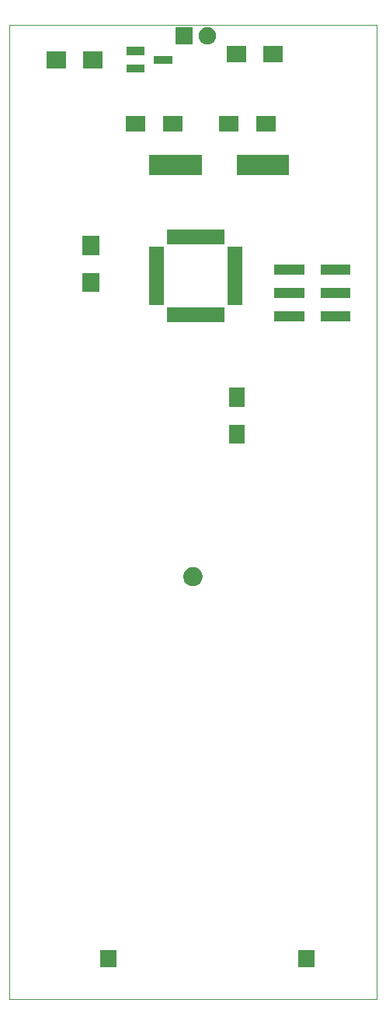
<source format=gbr>
G04 #@! TF.GenerationSoftware,KiCad,Pcbnew,(5.1.0)-1*
G04 #@! TF.CreationDate,2019-03-25T17:59:43+01:00*
G04 #@! TF.ProjectId,jvc_remote,6a76635f-7265-46d6-9f74-652e6b696361,rev?*
G04 #@! TF.SameCoordinates,Original*
G04 #@! TF.FileFunction,Soldermask,Bot*
G04 #@! TF.FilePolarity,Negative*
%FSLAX46Y46*%
G04 Gerber Fmt 4.6, Leading zero omitted, Abs format (unit mm)*
G04 Created by KiCad (PCBNEW (5.1.0)-1) date 2019-03-25 17:59:43*
%MOMM*%
%LPD*%
G04 APERTURE LIST*
%ADD10C,0.050000*%
%ADD11C,0.100000*%
G04 APERTURE END LIST*
D10*
X76200000Y-139700000D02*
X76200000Y-33655000D01*
X116205000Y-139700000D02*
X76200000Y-139700000D01*
X116205000Y-33655000D02*
X116205000Y-139700000D01*
X76200000Y-33655000D02*
X116205000Y-33655000D01*
D11*
G36*
X109486000Y-136156000D02*
G01*
X107684000Y-136156000D01*
X107684000Y-134354000D01*
X109486000Y-134354000D01*
X109486000Y-136156000D01*
X109486000Y-136156000D01*
G37*
G36*
X87896000Y-136156000D02*
G01*
X86094000Y-136156000D01*
X86094000Y-134354000D01*
X87896000Y-134354000D01*
X87896000Y-136156000D01*
X87896000Y-136156000D01*
G37*
G36*
X96516564Y-92689389D02*
G01*
X96707833Y-92768615D01*
X96707835Y-92768616D01*
X96879973Y-92883635D01*
X97026365Y-93030027D01*
X97141385Y-93202167D01*
X97220611Y-93393436D01*
X97261000Y-93596484D01*
X97261000Y-93803516D01*
X97220611Y-94006564D01*
X97141385Y-94197833D01*
X97141384Y-94197835D01*
X97026365Y-94369973D01*
X96879973Y-94516365D01*
X96707835Y-94631384D01*
X96707834Y-94631385D01*
X96707833Y-94631385D01*
X96516564Y-94710611D01*
X96313516Y-94751000D01*
X96106484Y-94751000D01*
X95903436Y-94710611D01*
X95712167Y-94631385D01*
X95712166Y-94631385D01*
X95712165Y-94631384D01*
X95540027Y-94516365D01*
X95393635Y-94369973D01*
X95278616Y-94197835D01*
X95278615Y-94197833D01*
X95199389Y-94006564D01*
X95159000Y-93803516D01*
X95159000Y-93596484D01*
X95199389Y-93393436D01*
X95278615Y-93202167D01*
X95393635Y-93030027D01*
X95540027Y-92883635D01*
X95712165Y-92768616D01*
X95712167Y-92768615D01*
X95903436Y-92689389D01*
X96106484Y-92649000D01*
X96313516Y-92649000D01*
X96516564Y-92689389D01*
X96516564Y-92689389D01*
G37*
G36*
X101816000Y-79251000D02*
G01*
X100114000Y-79251000D01*
X100114000Y-77149000D01*
X101816000Y-77149000D01*
X101816000Y-79251000D01*
X101816000Y-79251000D01*
G37*
G36*
X101816000Y-75251000D02*
G01*
X100114000Y-75251000D01*
X100114000Y-73149000D01*
X101816000Y-73149000D01*
X101816000Y-75251000D01*
X101816000Y-75251000D01*
G37*
G36*
X99671000Y-66011000D02*
G01*
X93369000Y-66011000D01*
X93369000Y-64409000D01*
X99671000Y-64409000D01*
X99671000Y-66011000D01*
X99671000Y-66011000D01*
G37*
G36*
X108321000Y-65956000D02*
G01*
X105069000Y-65956000D01*
X105069000Y-64854000D01*
X108321000Y-64854000D01*
X108321000Y-65956000D01*
X108321000Y-65956000D01*
G37*
G36*
X113371000Y-65956000D02*
G01*
X110119000Y-65956000D01*
X110119000Y-64854000D01*
X113371000Y-64854000D01*
X113371000Y-65956000D01*
X113371000Y-65956000D01*
G37*
G36*
X101571000Y-64111000D02*
G01*
X99969000Y-64111000D01*
X99969000Y-57809000D01*
X101571000Y-57809000D01*
X101571000Y-64111000D01*
X101571000Y-64111000D01*
G37*
G36*
X93071000Y-64111000D02*
G01*
X91469000Y-64111000D01*
X91469000Y-57809000D01*
X93071000Y-57809000D01*
X93071000Y-64111000D01*
X93071000Y-64111000D01*
G37*
G36*
X108321000Y-63416000D02*
G01*
X105069000Y-63416000D01*
X105069000Y-62314000D01*
X108321000Y-62314000D01*
X108321000Y-63416000D01*
X108321000Y-63416000D01*
G37*
G36*
X113371000Y-63416000D02*
G01*
X110119000Y-63416000D01*
X110119000Y-62314000D01*
X113371000Y-62314000D01*
X113371000Y-63416000D01*
X113371000Y-63416000D01*
G37*
G36*
X85991000Y-62741000D02*
G01*
X84189000Y-62741000D01*
X84189000Y-60639000D01*
X85991000Y-60639000D01*
X85991000Y-62741000D01*
X85991000Y-62741000D01*
G37*
G36*
X113371000Y-60876000D02*
G01*
X110119000Y-60876000D01*
X110119000Y-59774000D01*
X113371000Y-59774000D01*
X113371000Y-60876000D01*
X113371000Y-60876000D01*
G37*
G36*
X108321000Y-60876000D02*
G01*
X105069000Y-60876000D01*
X105069000Y-59774000D01*
X108321000Y-59774000D01*
X108321000Y-60876000D01*
X108321000Y-60876000D01*
G37*
G36*
X85991000Y-58741000D02*
G01*
X84189000Y-58741000D01*
X84189000Y-56639000D01*
X85991000Y-56639000D01*
X85991000Y-58741000D01*
X85991000Y-58741000D01*
G37*
G36*
X99671000Y-57511000D02*
G01*
X93369000Y-57511000D01*
X93369000Y-55909000D01*
X99671000Y-55909000D01*
X99671000Y-57511000D01*
X99671000Y-57511000D01*
G37*
G36*
X97161000Y-49996000D02*
G01*
X91459000Y-49996000D01*
X91459000Y-47794000D01*
X97161000Y-47794000D01*
X97161000Y-49996000D01*
X97161000Y-49996000D01*
G37*
G36*
X106661000Y-49996000D02*
G01*
X100959000Y-49996000D01*
X100959000Y-47794000D01*
X106661000Y-47794000D01*
X106661000Y-49996000D01*
X106661000Y-49996000D01*
G37*
G36*
X95031000Y-45301000D02*
G01*
X92929000Y-45301000D01*
X92929000Y-43599000D01*
X95031000Y-43599000D01*
X95031000Y-45301000D01*
X95031000Y-45301000D01*
G37*
G36*
X101191000Y-45301000D02*
G01*
X99089000Y-45301000D01*
X99089000Y-43599000D01*
X101191000Y-43599000D01*
X101191000Y-45301000D01*
X101191000Y-45301000D01*
G37*
G36*
X105191000Y-45301000D02*
G01*
X103089000Y-45301000D01*
X103089000Y-43599000D01*
X105191000Y-43599000D01*
X105191000Y-45301000D01*
X105191000Y-45301000D01*
G37*
G36*
X91031000Y-45301000D02*
G01*
X88929000Y-45301000D01*
X88929000Y-43599000D01*
X91031000Y-43599000D01*
X91031000Y-45301000D01*
X91031000Y-45301000D01*
G37*
G36*
X90941000Y-38866000D02*
G01*
X88939000Y-38866000D01*
X88939000Y-37964000D01*
X90941000Y-37964000D01*
X90941000Y-38866000D01*
X90941000Y-38866000D01*
G37*
G36*
X86331000Y-38366000D02*
G01*
X84229000Y-38366000D01*
X84229000Y-36564000D01*
X86331000Y-36564000D01*
X86331000Y-38366000D01*
X86331000Y-38366000D01*
G37*
G36*
X82331000Y-38366000D02*
G01*
X80229000Y-38366000D01*
X80229000Y-36564000D01*
X82331000Y-36564000D01*
X82331000Y-38366000D01*
X82331000Y-38366000D01*
G37*
G36*
X93941000Y-37916000D02*
G01*
X91939000Y-37916000D01*
X91939000Y-37014000D01*
X93941000Y-37014000D01*
X93941000Y-37916000D01*
X93941000Y-37916000D01*
G37*
G36*
X106016000Y-37731000D02*
G01*
X103914000Y-37731000D01*
X103914000Y-35929000D01*
X106016000Y-35929000D01*
X106016000Y-37731000D01*
X106016000Y-37731000D01*
G37*
G36*
X102016000Y-37731000D02*
G01*
X99914000Y-37731000D01*
X99914000Y-35929000D01*
X102016000Y-35929000D01*
X102016000Y-37731000D01*
X102016000Y-37731000D01*
G37*
G36*
X90941000Y-36966000D02*
G01*
X88939000Y-36966000D01*
X88939000Y-36064000D01*
X90941000Y-36064000D01*
X90941000Y-36966000D01*
X90941000Y-36966000D01*
G37*
G36*
X98041995Y-33934346D02*
G01*
X98215066Y-34006034D01*
X98215067Y-34006035D01*
X98370827Y-34110110D01*
X98503290Y-34242573D01*
X98503291Y-34242575D01*
X98607366Y-34398334D01*
X98679054Y-34571405D01*
X98715600Y-34755133D01*
X98715600Y-34942467D01*
X98679054Y-35126195D01*
X98607366Y-35299266D01*
X98607365Y-35299267D01*
X98503290Y-35455027D01*
X98370827Y-35587490D01*
X98292418Y-35639881D01*
X98215066Y-35691566D01*
X98041995Y-35763254D01*
X97858267Y-35799800D01*
X97670933Y-35799800D01*
X97487205Y-35763254D01*
X97314134Y-35691566D01*
X97236782Y-35639881D01*
X97158373Y-35587490D01*
X97025910Y-35455027D01*
X96921835Y-35299267D01*
X96921834Y-35299266D01*
X96850146Y-35126195D01*
X96813600Y-34942467D01*
X96813600Y-34755133D01*
X96850146Y-34571405D01*
X96921834Y-34398334D01*
X97025909Y-34242575D01*
X97025910Y-34242573D01*
X97158373Y-34110110D01*
X97314133Y-34006035D01*
X97314134Y-34006034D01*
X97487205Y-33934346D01*
X97670933Y-33897800D01*
X97858267Y-33897800D01*
X98041995Y-33934346D01*
X98041995Y-33934346D01*
G37*
G36*
X96175600Y-35799800D02*
G01*
X94273600Y-35799800D01*
X94273600Y-33897800D01*
X96175600Y-33897800D01*
X96175600Y-35799800D01*
X96175600Y-35799800D01*
G37*
M02*

</source>
